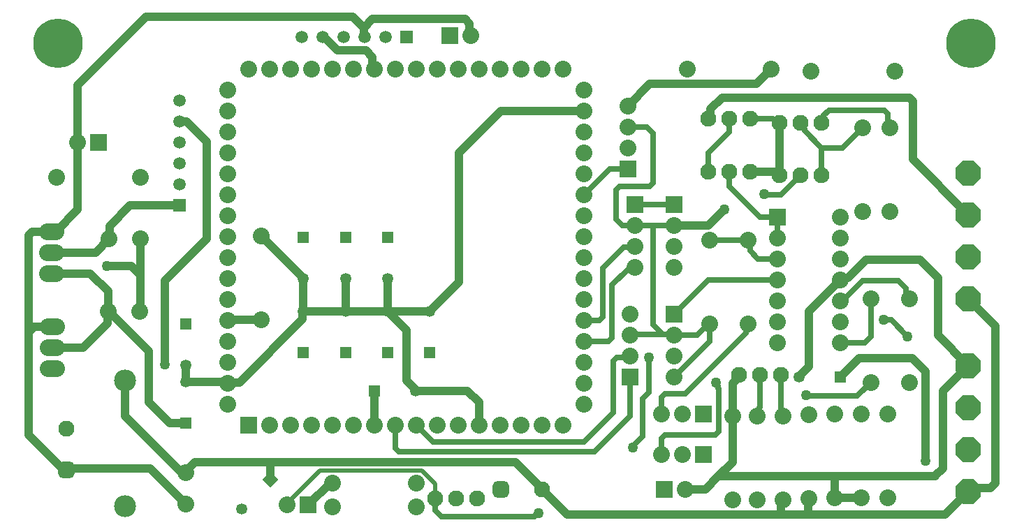
<source format=gbl>
G04*
G04 #@! TF.GenerationSoftware,Altium Limited,Altium Designer,22.5.1 (42)*
G04*
G04 Layer_Physical_Order=2*
G04 Layer_Color=16711680*
%FSLAX25Y25*%
%MOIN*%
G70*
G04*
G04 #@! TF.SameCoordinates,4BF25F8D-FF95-44F9-8C9D-AD32542E46D1*
G04*
G04*
G04 #@! TF.FilePolarity,Positive*
G04*
G01*
G75*
%ADD35C,0.03937*%
%ADD36C,0.02756*%
%ADD37C,0.08000*%
%ADD38R,0.08000X0.08000*%
%ADD39C,0.10500*%
%ADD40O,0.12000X0.08000*%
%ADD41R,0.08000X0.08000*%
%ADD42P,0.12989X8X112.5*%
%ADD43C,0.07600*%
%ADD44C,0.23622*%
%ADD45R,0.05315X0.05315*%
%ADD46C,0.05315*%
%ADD47R,0.05315X0.05315*%
G04:AMPARAMS|DCode=48|XSize=76.77mil|YSize=76.77mil|CornerRadius=19.19mil|HoleSize=0mil|Usage=FLASHONLY|Rotation=0.000|XOffset=0mil|YOffset=0mil|HoleType=Round|Shape=RoundedRectangle|*
%AMROUNDEDRECTD48*
21,1,0.07677,0.03839,0,0,0.0*
21,1,0.03839,0.07677,0,0,0.0*
1,1,0.03839,0.01919,-0.01919*
1,1,0.03839,-0.01919,-0.01919*
1,1,0.03839,-0.01919,0.01919*
1,1,0.03839,0.01919,0.01919*
%
%ADD48ROUNDEDRECTD48*%
%ADD49C,0.07677*%
G04:AMPARAMS|DCode=50|XSize=76.77mil|YSize=76.77mil|CornerRadius=19.19mil|HoleSize=0mil|Usage=FLASHONLY|Rotation=90.000|XOffset=0mil|YOffset=0mil|HoleType=Round|Shape=RoundedRectangle|*
%AMROUNDEDRECTD50*
21,1,0.07677,0.03839,0,0,90.0*
21,1,0.03839,0.07677,0,0,90.0*
1,1,0.03839,0.01919,0.01919*
1,1,0.03839,0.01919,-0.01919*
1,1,0.03839,-0.01919,-0.01919*
1,1,0.03839,-0.01919,0.01919*
%
%ADD50ROUNDEDRECTD50*%
%ADD51P,0.07517X4X270.0*%
%ADD52R,0.05906X0.05906*%
%ADD53C,0.05906*%
%ADD54R,0.05906X0.05906*%
%ADD55C,0.05000*%
%ADD56C,0.01968*%
D35*
X145033Y233000D02*
X151533Y226500D01*
X164916D02*
X168223Y223194D01*
X151533Y226500D02*
X164916D01*
X168223Y218277D02*
Y223194D01*
X144500Y233000D02*
X145033D01*
X168223Y218277D02*
X169000Y217500D01*
X4000Y43000D02*
Y93886D01*
X18972Y28028D02*
X20098D01*
X4000Y43000D02*
X18972Y28028D01*
X20098D02*
X21969Y26158D01*
X22811Y27000D02*
X62000D01*
X21969Y26158D02*
X22811Y27000D01*
X62000D02*
X79000Y10000D01*
X391342Y70500D02*
X392032Y71189D01*
X391113Y70270D02*
X391342Y70500D01*
X76000Y192500D02*
X79500D01*
X188685Y64000D02*
Y64373D01*
X187996Y65062D02*
Y65381D01*
X175500Y101842D02*
X184500Y92843D01*
X187996Y65062D02*
X188685Y64373D01*
X184500Y68878D02*
Y92843D01*
Y68878D02*
X187996Y65381D01*
X351500Y210500D02*
X358500Y217500D01*
X290000Y200000D02*
X300500Y210500D01*
X351500D01*
X214559Y233941D02*
Y239194D01*
X212253Y241500D02*
X214559Y239194D01*
X163897Y237319D02*
X168078Y241500D01*
X214559Y233941D02*
X215000Y233500D01*
X168078Y241500D02*
X212253D01*
X27500Y210000D02*
X60000Y242500D01*
X158716D01*
X163897Y237319D01*
X79000Y25599D02*
X83338Y29937D01*
X79000Y25000D02*
Y25599D01*
X83338Y29937D02*
X120000D01*
X236248D01*
X119500Y29437D02*
X120000Y29937D01*
X119500Y21500D02*
Y29437D01*
X127500Y9500D02*
Y10599D01*
X391113Y70113D02*
Y70270D01*
X392032Y71189D02*
X392189D01*
X400500Y79500D02*
X425694D01*
X392189Y71189D02*
X400500Y79500D01*
X236248Y29937D02*
X261154Y5032D01*
X363000D01*
X371657Y70873D02*
X376500Y75715D01*
X371657Y70500D02*
Y70873D01*
X340000Y52000D02*
Y67509D01*
X343000Y70509D01*
Y71500D01*
X52500Y152500D02*
X76000D01*
X50000Y52000D02*
X77000Y25000D01*
X50000Y52000D02*
Y69000D01*
X391500Y117000D02*
X392277Y117777D01*
X376500Y102000D02*
X391500Y117000D01*
X333136Y23136D02*
X436579D01*
X333136D02*
X340000Y30000D01*
Y52000D01*
X403838Y126500D02*
X429500D01*
X395115Y117777D02*
X403838Y126500D01*
X429500D02*
X438000Y118000D01*
X392277Y117777D02*
X395115D01*
X438000Y90500D02*
X452500Y76000D01*
X438000Y90500D02*
Y118000D01*
X312000Y143000D02*
X328500D01*
X336000Y150500D01*
X436858Y23414D02*
X440500Y27056D01*
X388750Y13000D02*
Y22742D01*
X327000Y17000D02*
X333136Y23136D01*
X432000Y30531D02*
Y73194D01*
X425694Y79500D02*
X432000Y73194D01*
X440500Y64000D02*
X452500Y76000D01*
X440500Y27056D02*
Y64000D01*
X317500Y17000D02*
X327000D01*
X376500Y75715D02*
Y102000D01*
X360009Y168500D02*
X361509Y167000D01*
X348500Y168500D02*
X360009D01*
X361509Y167000D02*
X362500D01*
Y192000D01*
X452500Y108000D02*
X465500Y95000D01*
Y19806D02*
Y95000D01*
X454000Y17500D02*
X463194D01*
X465500Y19806D01*
X452500Y16000D02*
X454000Y17500D01*
X329427Y198427D02*
X335000Y204000D01*
X424386D01*
X328500Y194000D02*
X329427Y194927D01*
Y198427D01*
X426000Y174500D02*
Y202386D01*
X424386Y204000D02*
X426000Y202386D01*
Y174500D02*
X452500Y148000D01*
X388750Y13000D02*
X401375D01*
X209500Y177500D02*
X229500Y197500D01*
X209500Y115842D02*
Y177500D01*
X195500Y101842D02*
X209500Y115842D01*
X229500Y197500D02*
X269000D01*
X17000Y140000D02*
X27500Y150500D01*
Y182500D01*
Y210000D01*
X163897Y233603D02*
Y237319D01*
Y233603D02*
X164500Y233000D01*
X57250Y119250D02*
Y136250D01*
Y102250D02*
Y119250D01*
X53000Y123500D02*
X57250Y119250D01*
X41500Y123500D02*
X53000D01*
X99000Y67500D02*
X99567Y68067D01*
X104567D02*
X134736Y98236D01*
Y101579D01*
X135000Y101842D01*
X99567Y68067D02*
X104567D01*
X98421Y68079D02*
X99000Y67500D01*
X79264Y68079D02*
X98421D01*
X79000Y68343D02*
X79264Y68079D01*
X115000Y137829D02*
Y138000D01*
Y137829D02*
X135000Y117829D01*
Y117657D02*
Y117829D01*
X188685Y64000D02*
X213500D01*
X219000Y58500D01*
X135000Y101842D02*
X155250D01*
X175500D01*
X195500D01*
X175500Y117657D02*
X175500Y117657D01*
Y101842D02*
X175500Y101842D01*
X175500Y101842D02*
Y117657D01*
X155250Y117657D02*
X155250Y117657D01*
Y101842D02*
X155250Y101842D01*
X155250Y101842D02*
Y117657D01*
X135000Y101842D02*
Y117657D01*
Y101842D02*
X135000Y101842D01*
X135000Y117657D02*
X135000Y117657D01*
X42500Y136500D02*
X42567Y136567D01*
X36000Y130000D02*
X42500Y136500D01*
X69000Y116500D02*
X89000Y136500D01*
X79500Y192500D02*
X89000Y183000D01*
Y136500D02*
Y183000D01*
X148000Y20000D02*
X149000D01*
X137500Y9500D02*
X148000Y20000D01*
X69000Y76500D02*
Y116500D01*
X219000Y47500D02*
Y58500D01*
X376000Y5032D02*
X441532D01*
X363000D02*
X376000D01*
Y12000D02*
X376500Y12500D01*
X376000Y5032D02*
Y12000D01*
X363000Y5032D02*
X363223Y5254D01*
Y11223D02*
X364000Y12000D01*
X363223Y5254D02*
Y11223D01*
X441532Y5032D02*
X452500Y16000D01*
X137500Y9500D02*
X138000Y9000D01*
X148500Y19500D02*
X149000Y20000D01*
X42567Y142567D02*
X52500Y152500D01*
X42567Y136567D02*
Y142567D01*
X99250Y97750D02*
X114750D01*
X115000Y98000D01*
X99000Y97500D02*
X99250Y97750D01*
X169000Y47500D02*
Y64000D01*
X15000Y140000D02*
X17000D01*
X79000Y76157D02*
X79000Y76157D01*
Y68343D02*
Y76157D01*
X61500Y58500D02*
X71342Y48658D01*
X42500Y102000D02*
X61500Y83000D01*
Y58500D02*
Y83000D01*
X42000Y102000D02*
X42500D01*
X71342Y48658D02*
X79000D01*
X15000Y130000D02*
X36000D01*
X4000Y138386D02*
X5614Y140000D01*
X4000Y93886D02*
Y138386D01*
Y93886D02*
X5000Y92886D01*
X5614Y140000D02*
X15000D01*
X41754Y101754D02*
X42000Y102000D01*
X15500Y84500D02*
X30000D01*
X41754Y96254D01*
Y101754D01*
X42000Y102000D02*
Y111500D01*
X15000Y120000D02*
X33500D01*
X42000Y111500D01*
X6614Y94500D02*
X15500D01*
X5000Y92886D02*
X6614Y94500D01*
D36*
X125071Y10510D02*
X126081Y9500D01*
X127500D01*
X197000Y39500D02*
X269000D01*
X180614Y35000D02*
X274000D01*
X179000Y36614D02*
X180614Y35000D01*
X189000Y47500D02*
X197000Y39500D01*
X274000Y35000D02*
X291000Y52000D01*
X179000Y36614D02*
Y47500D01*
X363000Y53000D02*
Y71500D01*
Y53000D02*
X364000Y52000D01*
X201000Y4000D02*
X245393D01*
X198104Y6896D02*
Y12396D01*
X245393Y4000D02*
X246893Y5500D01*
X198104Y6896D02*
X201000Y4000D01*
X246893Y5500D02*
X247500D01*
X332000Y67393D02*
Y68000D01*
Y67393D02*
X333122Y66271D01*
X331886Y43000D02*
X333500Y44614D01*
X333122Y65291D02*
Y66271D01*
X333500Y44614D02*
Y64913D01*
X307614Y43000D02*
X331886D01*
X333122Y65291D02*
X333500Y64913D01*
X269000Y39500D02*
X283000Y53500D01*
X306000Y33500D02*
Y41386D01*
X307614Y43000D01*
X297000Y60197D02*
X300000Y63197D01*
X292500Y37607D02*
X297000Y42107D01*
Y60197D01*
X300000Y63197D02*
Y80000D01*
X306000Y53000D02*
Y60886D01*
X307614Y62500D02*
X317500D01*
X306000Y60886D02*
X307614Y62500D01*
X292500Y37000D02*
Y37607D01*
X291000Y52000D02*
Y70500D01*
X283000Y53500D02*
Y78390D01*
X282500Y89114D02*
Y114500D01*
X269000Y87500D02*
X280886D01*
X282500Y114500D02*
X289997Y121997D01*
X280886Y87500D02*
X282500Y89114D01*
X269000Y97500D02*
X276386D01*
X278000Y99114D01*
Y122500D01*
X288004Y132504D01*
X302000Y95500D02*
X306229Y91271D01*
X291496Y90996D02*
X311504D01*
X291000Y90500D02*
X291496Y90996D01*
X311699Y90801D02*
X312000Y90500D01*
X284614Y80004D02*
X291000D01*
X412185Y97815D02*
X415685D01*
X423500Y90000D01*
X412000Y98000D02*
X412185Y97815D01*
X406000Y90000D02*
Y108907D01*
X403000Y87000D02*
X406000Y90000D01*
X418905Y116500D02*
X422622Y112784D01*
X402000Y116500D02*
X418905D01*
X392500Y107000D02*
X402000Y116500D01*
X422622Y109003D02*
Y112784D01*
X391500Y107000D02*
X392500D01*
X399500Y61500D02*
X406644Y68644D01*
X375500Y61500D02*
X399500D01*
X422622Y109003D02*
X423625Y108000D01*
X355429Y157571D02*
X360197D01*
X360256Y157512D02*
X363012D01*
X372500Y167000D01*
X355000Y158000D02*
X355429Y157571D01*
X360197D02*
X360256Y157512D01*
X312000Y70500D02*
X329000Y87500D01*
Y96000D01*
X322997Y90500D02*
X328497Y96000D01*
X329000D01*
X312000Y90500D02*
X322997D01*
X392500Y180000D02*
X402000Y189500D01*
X382500Y180000D02*
X392500D01*
X386000Y198000D02*
X412386D01*
X382500Y192000D02*
X383427Y192927D01*
Y195427D02*
X386000Y198000D01*
X383427Y192927D02*
Y195427D01*
X414000Y190500D02*
X415000Y189500D01*
X414000Y190500D02*
Y196386D01*
X412386Y198000D02*
X414000Y196386D01*
X361189Y192000D02*
X362500D01*
X348500Y194000D02*
X359189D01*
X361189Y192000D01*
X329000Y136000D02*
X347500D01*
X348246Y130754D02*
X352000Y127000D01*
X361500D01*
X347500Y136000D02*
X348246Y135254D01*
Y130754D02*
Y135254D01*
X346497Y91497D02*
Y94997D01*
X347500Y96000D01*
X317500Y62500D02*
X346497Y91497D01*
X374354Y188146D02*
X382500Y180000D01*
Y167000D02*
Y180000D01*
X372500Y190689D02*
Y192000D01*
Y190689D02*
X374354Y188835D01*
Y188146D02*
Y188835D01*
X328500Y177500D02*
X338500Y187500D01*
X328500Y168500D02*
Y177500D01*
X338500Y187500D02*
Y194000D01*
X312000Y100500D02*
X328500Y117000D01*
X361500D01*
Y137000D02*
Y147000D01*
X353000D02*
X361500D01*
X338500Y161500D02*
Y168500D01*
Y161500D02*
X353000Y147000D01*
X391500Y87000D02*
X403000D01*
X375000Y62000D02*
X375500Y61500D01*
X352753Y55990D02*
X353000Y56236D01*
Y71500D01*
X351750Y52000D02*
X352753Y53003D01*
Y55990D01*
X302000Y95500D02*
Y143000D01*
X293500D02*
X302000D01*
X312000D01*
X287500D02*
X293500D01*
X284500Y146000D02*
Y159886D01*
Y146000D02*
X287500Y143000D01*
X302000Y163114D02*
Y187000D01*
X286114Y161500D02*
X300386D01*
X284500Y159886D02*
X286114Y161500D01*
X300386D02*
X302000Y163114D01*
X290000Y190000D02*
X299000D01*
X302000Y187000D01*
X293500Y153000D02*
X312000D01*
X293004Y132504D02*
X293500Y133000D01*
X288004Y132504D02*
X293004D01*
X289997Y121997D02*
X292497D01*
X293500Y123000D01*
X283000Y78390D02*
X284614Y80004D01*
X269000Y157500D02*
X281500Y170000D01*
X290000D01*
X229207Y17000D02*
X229500D01*
X57000Y102000D02*
X57250Y102250D01*
Y136250D02*
X57500Y136500D01*
D37*
X269000Y207500D02*
D03*
Y197500D02*
D03*
Y187500D02*
D03*
Y177500D02*
D03*
Y167500D02*
D03*
Y157500D02*
D03*
Y147500D02*
D03*
Y137500D02*
D03*
Y57500D02*
D03*
Y67500D02*
D03*
Y77500D02*
D03*
Y87500D02*
D03*
Y97500D02*
D03*
Y107500D02*
D03*
Y117500D02*
D03*
Y127500D02*
D03*
X179000Y217500D02*
D03*
X169000D02*
D03*
X159000D02*
D03*
X149000D02*
D03*
X139000D02*
D03*
X129000D02*
D03*
X119000D02*
D03*
X109000D02*
D03*
X189000D02*
D03*
X199000D02*
D03*
X209000D02*
D03*
X219000D02*
D03*
X229000D02*
D03*
X239000D02*
D03*
X249000D02*
D03*
X259000D02*
D03*
X99000Y127500D02*
D03*
Y117500D02*
D03*
Y107500D02*
D03*
Y97500D02*
D03*
Y87500D02*
D03*
Y77500D02*
D03*
Y67500D02*
D03*
Y57500D02*
D03*
Y137500D02*
D03*
Y147500D02*
D03*
Y157500D02*
D03*
Y167500D02*
D03*
Y177500D02*
D03*
Y187500D02*
D03*
Y197500D02*
D03*
Y207500D02*
D03*
X259000Y47500D02*
D03*
X249000D02*
D03*
X239000D02*
D03*
X229000D02*
D03*
X219000D02*
D03*
X209000D02*
D03*
X199000D02*
D03*
X189000D02*
D03*
X119000D02*
D03*
X129000D02*
D03*
X139000D02*
D03*
X149000D02*
D03*
X159000D02*
D03*
X169000D02*
D03*
X179000D02*
D03*
X79000Y10000D02*
D03*
Y25000D02*
D03*
X57500Y136500D02*
D03*
X42500D02*
D03*
X57000Y102000D02*
D03*
X42000D02*
D03*
X391500Y147000D02*
D03*
Y137000D02*
D03*
Y127000D02*
D03*
Y117000D02*
D03*
Y107000D02*
D03*
Y97000D02*
D03*
Y87000D02*
D03*
X361500D02*
D03*
Y97000D02*
D03*
Y107000D02*
D03*
Y117000D02*
D03*
Y127000D02*
D03*
Y137000D02*
D03*
X290000Y200000D02*
D03*
Y190000D02*
D03*
Y180000D02*
D03*
X293500Y123000D02*
D03*
Y133000D02*
D03*
Y143000D02*
D03*
X291000Y100500D02*
D03*
Y90500D02*
D03*
Y80500D02*
D03*
X312000Y123000D02*
D03*
Y133000D02*
D03*
Y143000D02*
D03*
Y70500D02*
D03*
Y80500D02*
D03*
Y90500D02*
D03*
X316000Y33500D02*
D03*
X306000D02*
D03*
X316000Y53000D02*
D03*
X306000D02*
D03*
X317500Y17000D02*
D03*
X215000Y233500D02*
D03*
X27500Y182500D02*
D03*
X127500Y9500D02*
D03*
X17500Y166000D02*
D03*
X57500D02*
D03*
X115000Y98000D02*
D03*
Y138000D02*
D03*
X189000Y20000D02*
D03*
X149000D02*
D03*
Y8500D02*
D03*
X189000D02*
D03*
X376500Y12500D02*
D03*
Y52500D02*
D03*
X424500Y108000D02*
D03*
Y68000D02*
D03*
X414000Y53000D02*
D03*
Y13000D02*
D03*
X364000Y52000D02*
D03*
Y12000D02*
D03*
X406000Y108000D02*
D03*
Y68000D02*
D03*
X351750Y12000D02*
D03*
Y52000D02*
D03*
X388750Y13000D02*
D03*
Y53000D02*
D03*
X401375Y13000D02*
D03*
Y53000D02*
D03*
X340000Y12000D02*
D03*
Y52000D02*
D03*
X318500Y217500D02*
D03*
X358500D02*
D03*
X417500Y216500D02*
D03*
X377500D02*
D03*
X415000Y189500D02*
D03*
Y149500D02*
D03*
X402000Y189500D02*
D03*
Y149500D02*
D03*
X347500Y96000D02*
D03*
Y136000D02*
D03*
X329000Y96000D02*
D03*
Y136000D02*
D03*
D38*
X109000Y47500D02*
D03*
X361500Y147000D02*
D03*
X326000Y33500D02*
D03*
Y53000D02*
D03*
X307500Y17000D02*
D03*
X205000Y233500D02*
D03*
X37500Y182500D02*
D03*
X137500Y9500D02*
D03*
D39*
X50000Y9000D02*
D03*
Y69000D02*
D03*
D40*
X15000Y130000D02*
D03*
Y140000D02*
D03*
Y120000D02*
D03*
X15500Y84500D02*
D03*
Y94500D02*
D03*
Y74500D02*
D03*
D41*
X290000Y170000D02*
D03*
X293500Y153000D02*
D03*
X291000Y70500D02*
D03*
X312000Y153000D02*
D03*
Y100500D02*
D03*
D42*
X452500Y148000D02*
D03*
Y128000D02*
D03*
Y108000D02*
D03*
Y168000D02*
D03*
Y56000D02*
D03*
Y36000D02*
D03*
Y16000D02*
D03*
Y76000D02*
D03*
D43*
X343000Y71500D02*
D03*
X353000D02*
D03*
X363000D02*
D03*
X198000Y12500D02*
D03*
X208000D02*
D03*
X218000D02*
D03*
X382500Y167000D02*
D03*
X372500D02*
D03*
X362500D02*
D03*
X382500Y192000D02*
D03*
X372500D02*
D03*
X362500D02*
D03*
X328500Y168500D02*
D03*
X338500D02*
D03*
X348500D02*
D03*
X328500Y194000D02*
D03*
X338500D02*
D03*
X348500D02*
D03*
D44*
X453784Y230000D02*
D03*
X18000Y229784D02*
D03*
D45*
X169000Y64000D02*
D03*
X391342Y70500D02*
D03*
D46*
X188685Y64000D02*
D03*
X175500Y117657D02*
D03*
X155250D02*
D03*
X135000D02*
D03*
X135000Y101842D02*
D03*
X155250D02*
D03*
X175500D02*
D03*
X195500D02*
D03*
X105580Y7581D02*
D03*
X79000Y68343D02*
D03*
X79000Y76157D02*
D03*
X371657Y70500D02*
D03*
D47*
X175500Y137343D02*
D03*
X155250D02*
D03*
X135000D02*
D03*
X135000Y82157D02*
D03*
X155250D02*
D03*
X175500D02*
D03*
X195500D02*
D03*
X79000Y48658D02*
D03*
X79000Y95842D02*
D03*
D48*
X229500Y17000D02*
D03*
D49*
X249185D02*
D03*
X21969Y45842D02*
D03*
D50*
Y26158D02*
D03*
D51*
X119500Y21500D02*
D03*
D52*
X76000Y152500D02*
D03*
D53*
Y162500D02*
D03*
Y172500D02*
D03*
Y182500D02*
D03*
Y192500D02*
D03*
Y202500D02*
D03*
X174500Y233000D02*
D03*
X164500D02*
D03*
X154500D02*
D03*
X144500D02*
D03*
X134500D02*
D03*
D54*
X184500D02*
D03*
D55*
X300000Y80000D02*
D03*
X292500Y37000D02*
D03*
X423500Y90000D02*
D03*
X412000Y98000D02*
D03*
X355000Y158000D02*
D03*
X336000Y150500D02*
D03*
X432000Y30531D02*
D03*
X332000Y68000D02*
D03*
X375000Y62000D02*
D03*
X247500Y5500D02*
D03*
X41500Y123500D02*
D03*
X69000Y76500D02*
D03*
D56*
X198104Y12396D02*
X199077Y11423D01*
X198000Y12500D02*
X198104Y12396D01*
X199077Y9621D02*
Y11423D01*
X198000Y12500D02*
X198073Y12573D01*
X186521Y25984D02*
X191827D01*
X198107Y18074D02*
Y19704D01*
X198073Y18040D02*
X198107Y18074D01*
X191827Y25984D02*
X198107Y19704D01*
X198073Y12573D02*
Y18040D01*
X186335Y25798D02*
X186521Y25984D01*
X164664Y25984D02*
X164850Y25798D01*
X186335D01*
X143178Y25984D02*
X164664D01*
X129694Y12500D02*
X143178Y25984D01*
M02*

</source>
